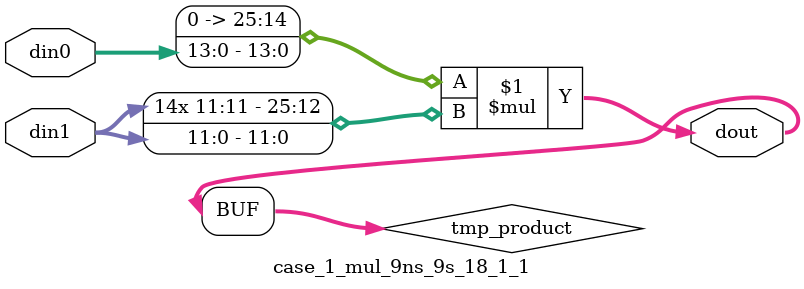
<source format=v>

`timescale 1 ns / 1 ps

 (* use_dsp = "no" *)  module case_1_mul_9ns_9s_18_1_1(din0, din1, dout);
parameter ID = 1;
parameter NUM_STAGE = 0;
parameter din0_WIDTH = 14;
parameter din1_WIDTH = 12;
parameter dout_WIDTH = 26;

input [din0_WIDTH - 1 : 0] din0; 
input [din1_WIDTH - 1 : 0] din1; 
output [dout_WIDTH - 1 : 0] dout;

wire signed [dout_WIDTH - 1 : 0] tmp_product;

























assign tmp_product = $signed({1'b0, din0}) * $signed(din1);










assign dout = tmp_product;





















endmodule

</source>
